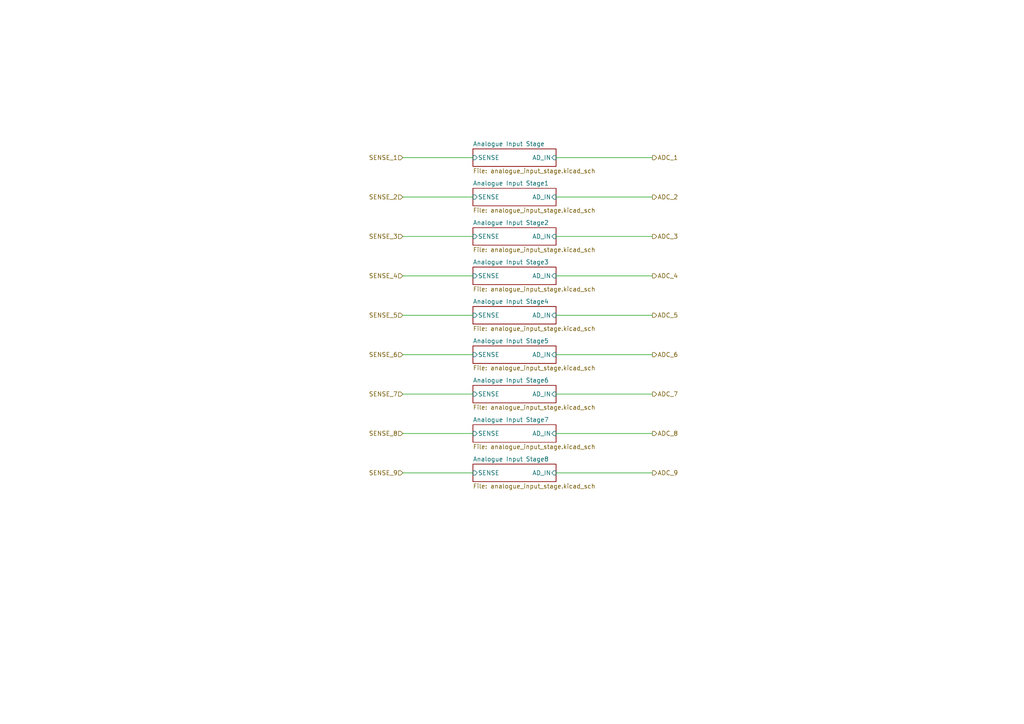
<source format=kicad_sch>
(kicad_sch
	(version 20250114)
	(generator "eeschema")
	(generator_version "9.0")
	(uuid "c0dc0bfb-779a-4568-be3c-537fd279384b")
	(paper "A4")
	(title_block
		(title "l8")
	)
	(lib_symbols)
	(wire
		(pts
			(xy 116.84 45.72) (xy 137.16 45.72)
		)
		(stroke
			(width 0)
			(type default)
		)
		(uuid "0373b9c8-5ccf-47a5-aa45-552c53495cf3")
	)
	(wire
		(pts
			(xy 161.29 125.73) (xy 189.23 125.73)
		)
		(stroke
			(width 0)
			(type default)
		)
		(uuid "09339867-167b-48d2-869e-c49aa84f29f8")
	)
	(wire
		(pts
			(xy 161.29 45.72) (xy 189.23 45.72)
		)
		(stroke
			(width 0)
			(type default)
		)
		(uuid "0f2d45ce-0e93-447e-a0b7-af9b96324c37")
	)
	(wire
		(pts
			(xy 161.29 137.16) (xy 189.23 137.16)
		)
		(stroke
			(width 0)
			(type default)
		)
		(uuid "1fb1bb6c-11d0-4fa3-8a18-3f12309ff4cb")
	)
	(wire
		(pts
			(xy 161.29 91.44) (xy 189.23 91.44)
		)
		(stroke
			(width 0)
			(type default)
		)
		(uuid "40f65d99-fd21-448a-8f12-dc493b2ffadf")
	)
	(wire
		(pts
			(xy 161.29 68.58) (xy 189.23 68.58)
		)
		(stroke
			(width 0)
			(type default)
		)
		(uuid "66863766-4f9f-42d0-b080-d8dd09de4ce3")
	)
	(wire
		(pts
			(xy 116.84 125.73) (xy 137.16 125.73)
		)
		(stroke
			(width 0)
			(type default)
		)
		(uuid "8daf4efb-41fb-42fd-a68b-548972a6878c")
	)
	(wire
		(pts
			(xy 161.29 102.87) (xy 189.23 102.87)
		)
		(stroke
			(width 0)
			(type default)
		)
		(uuid "8ee1ac94-9c03-4d07-bcf2-92fed8ae04a5")
	)
	(wire
		(pts
			(xy 116.84 114.3) (xy 137.16 114.3)
		)
		(stroke
			(width 0)
			(type default)
		)
		(uuid "978d0061-52aa-4901-b379-d72d174199a0")
	)
	(wire
		(pts
			(xy 161.29 80.01) (xy 189.23 80.01)
		)
		(stroke
			(width 0)
			(type default)
		)
		(uuid "9c28a040-c812-42d3-b67b-553088784bc0")
	)
	(wire
		(pts
			(xy 116.84 137.16) (xy 137.16 137.16)
		)
		(stroke
			(width 0)
			(type default)
		)
		(uuid "9fe0f292-0d7c-4897-93dd-97e11565123e")
	)
	(wire
		(pts
			(xy 116.84 80.01) (xy 137.16 80.01)
		)
		(stroke
			(width 0)
			(type default)
		)
		(uuid "a3d82225-6434-4a9a-bd36-ff8b213a154f")
	)
	(wire
		(pts
			(xy 116.84 91.44) (xy 137.16 91.44)
		)
		(stroke
			(width 0)
			(type default)
		)
		(uuid "c38a977b-01aa-4098-9917-f46473d41f82")
	)
	(wire
		(pts
			(xy 116.84 68.58) (xy 137.16 68.58)
		)
		(stroke
			(width 0)
			(type default)
		)
		(uuid "c620e1aa-3673-4de5-a6f0-b63f334b1a0a")
	)
	(wire
		(pts
			(xy 116.84 102.87) (xy 137.16 102.87)
		)
		(stroke
			(width 0)
			(type default)
		)
		(uuid "c8c829e6-8fc5-4af0-bdf9-8220bbc57f41")
	)
	(wire
		(pts
			(xy 161.29 114.3) (xy 189.23 114.3)
		)
		(stroke
			(width 0)
			(type default)
		)
		(uuid "d360a0ad-9aa0-4db6-96f5-941acf32f036")
	)
	(wire
		(pts
			(xy 116.84 57.15) (xy 137.16 57.15)
		)
		(stroke
			(width 0)
			(type default)
		)
		(uuid "de0f5dcb-181f-4859-a7e8-ad518da027fe")
	)
	(wire
		(pts
			(xy 161.29 57.15) (xy 189.23 57.15)
		)
		(stroke
			(width 0)
			(type default)
		)
		(uuid "ed6022bc-db0a-4487-bb16-dca38554d403")
	)
	(hierarchical_label "ADC_7"
		(shape output)
		(at 189.23 114.3 0)
		(effects
			(font
				(size 1.27 1.27)
			)
			(justify left)
		)
		(uuid "0d3c092a-52e9-4cf0-ade1-9f16f0f1cead")
	)
	(hierarchical_label "SENSE_1"
		(shape input)
		(at 116.84 45.72 180)
		(effects
			(font
				(size 1.27 1.27)
			)
			(justify right)
		)
		(uuid "13e1ca46-4dc1-4c54-9822-f07f5ee48f4d")
	)
	(hierarchical_label "SENSE_7"
		(shape input)
		(at 116.84 114.3 180)
		(effects
			(font
				(size 1.27 1.27)
			)
			(justify right)
		)
		(uuid "38e6b5e1-dcdd-4847-9a5f-743139314729")
	)
	(hierarchical_label "ADC_5"
		(shape output)
		(at 189.23 91.44 0)
		(effects
			(font
				(size 1.27 1.27)
			)
			(justify left)
		)
		(uuid "394f8cc9-5dfe-422f-b2c7-ef1f879f6a11")
	)
	(hierarchical_label "SENSE_8"
		(shape input)
		(at 116.84 125.73 180)
		(effects
			(font
				(size 1.27 1.27)
			)
			(justify right)
		)
		(uuid "468a5185-ebba-46f8-9bb7-05d571b9850e")
	)
	(hierarchical_label "SENSE_9"
		(shape input)
		(at 116.84 137.16 180)
		(effects
			(font
				(size 1.27 1.27)
			)
			(justify right)
		)
		(uuid "470a2867-abe1-48aa-bed2-a696fa0c9376")
	)
	(hierarchical_label "ADC_3"
		(shape output)
		(at 189.23 68.58 0)
		(effects
			(font
				(size 1.27 1.27)
			)
			(justify left)
		)
		(uuid "5b07e3d4-0047-4b4c-ad89-fb82fceea503")
	)
	(hierarchical_label "SENSE_3"
		(shape input)
		(at 116.84 68.58 180)
		(effects
			(font
				(size 1.27 1.27)
			)
			(justify right)
		)
		(uuid "68234165-f61a-4a1e-84c2-6a2693789991")
	)
	(hierarchical_label "ADC_9"
		(shape output)
		(at 189.23 137.16 0)
		(effects
			(font
				(size 1.27 1.27)
			)
			(justify left)
		)
		(uuid "8b76320e-1ee9-4675-9235-0c0f65fc6977")
	)
	(hierarchical_label "SENSE_4"
		(shape input)
		(at 116.84 80.01 180)
		(effects
			(font
				(size 1.27 1.27)
			)
			(justify right)
		)
		(uuid "948ce267-8bcb-41d0-920b-d1bfd7f8d267")
	)
	(hierarchical_label "ADC_2"
		(shape output)
		(at 189.23 57.15 0)
		(effects
			(font
				(size 1.27 1.27)
			)
			(justify left)
		)
		(uuid "94fc9e8b-6121-44c3-ae22-e041b9c95ee9")
	)
	(hierarchical_label "SENSE_5"
		(shape input)
		(at 116.84 91.44 180)
		(effects
			(font
				(size 1.27 1.27)
			)
			(justify right)
		)
		(uuid "abcd8c30-d7eb-4e23-b3af-12519c3d4106")
	)
	(hierarchical_label "ADC_6"
		(shape output)
		(at 189.23 102.87 0)
		(effects
			(font
				(size 1.27 1.27)
			)
			(justify left)
		)
		(uuid "b84484ca-9511-4a6d-b8c0-8fe5b6f02e67")
	)
	(hierarchical_label "ADC_1"
		(shape output)
		(at 189.23 45.72 0)
		(effects
			(font
				(size 1.27 1.27)
			)
			(justify left)
		)
		(uuid "c095fe57-1317-4bba-b124-e089cc916aee")
	)
	(hierarchical_label "SENSE_6"
		(shape input)
		(at 116.84 102.87 180)
		(effects
			(font
				(size 1.27 1.27)
			)
			(justify right)
		)
		(uuid "c86a1dab-d407-41a5-9381-f3267aed0437")
	)
	(hierarchical_label "SENSE_2"
		(shape input)
		(at 116.84 57.15 180)
		(effects
			(font
				(size 1.27 1.27)
			)
			(justify right)
		)
		(uuid "e9f94cb1-a143-4e13-990d-feedb248cdb4")
	)
	(hierarchical_label "ADC_8"
		(shape output)
		(at 189.23 125.73 0)
		(effects
			(font
				(size 1.27 1.27)
			)
			(justify left)
		)
		(uuid "edb6ea5d-acfa-49b8-a80f-86072936ba70")
	)
	(hierarchical_label "ADC_4"
		(shape output)
		(at 189.23 80.01 0)
		(effects
			(font
				(size 1.27 1.27)
			)
			(justify left)
		)
		(uuid "f35017ff-b64b-4ba3-b5e4-7913215c206b")
	)
	(sheet
		(at 137.16 66.04)
		(size 24.13 5.08)
		(exclude_from_sim no)
		(in_bom yes)
		(on_board yes)
		(dnp no)
		(fields_autoplaced yes)
		(stroke
			(width 0.1524)
			(type solid)
		)
		(fill
			(color 0 0 0 0.0000)
		)
		(uuid "16936357-08be-4dfb-9389-5ff776d9b4b6")
		(property "Sheetname" "Analogue Input Stage2"
			(at 137.16 65.3284 0)
			(effects
				(font
					(size 1.27 1.27)
				)
				(justify left bottom)
			)
		)
		(property "Sheetfile" "analogue_input_stage.kicad_sch"
			(at 137.16 71.7046 0)
			(effects
				(font
					(size 1.27 1.27)
				)
				(justify left top)
			)
		)
		(pin "AD_IN" input
			(at 161.29 68.58 0)
			(uuid "4ab4218b-ef11-4174-add4-614dd131cb9b")
			(effects
				(font
					(size 1.27 1.27)
				)
				(justify right)
			)
		)
		(pin "SENSE" input
			(at 137.16 68.58 180)
			(uuid "d3bbc50d-e55a-4649-be55-6cc2c7c87914")
			(effects
				(font
					(size 1.27 1.27)
				)
				(justify left)
			)
		)
		(instances
			(project "z9-pdm"
				(path "/b643db5c-578e-4b48-aafc-cc4190db582a/4bf3a54e-2413-4742-bb3c-6ced251716e8"
					(page "13")
				)
			)
		)
	)
	(sheet
		(at 137.16 54.61)
		(size 24.13 5.08)
		(exclude_from_sim no)
		(in_bom yes)
		(on_board yes)
		(dnp no)
		(fields_autoplaced yes)
		(stroke
			(width 0.1524)
			(type solid)
		)
		(fill
			(color 0 0 0 0.0000)
		)
		(uuid "2dd2e65c-6d2c-4efc-971f-df9732d92616")
		(property "Sheetname" "Analogue Input Stage1"
			(at 137.16 53.8984 0)
			(effects
				(font
					(size 1.27 1.27)
				)
				(justify left bottom)
			)
		)
		(property "Sheetfile" "analogue_input_stage.kicad_sch"
			(at 137.16 60.2746 0)
			(effects
				(font
					(size 1.27 1.27)
				)
				(justify left top)
			)
		)
		(pin "AD_IN" input
			(at 161.29 57.15 0)
			(uuid "e05cc68a-fdcb-43a6-862c-90a82e7fca4a")
			(effects
				(font
					(size 1.27 1.27)
				)
				(justify right)
			)
		)
		(pin "SENSE" input
			(at 137.16 57.15 180)
			(uuid "20fc4c57-1773-4449-8c4b-6fa5d969d25f")
			(effects
				(font
					(size 1.27 1.27)
				)
				(justify left)
			)
		)
		(instances
			(project "z9-pdm"
				(path "/b643db5c-578e-4b48-aafc-cc4190db582a/4bf3a54e-2413-4742-bb3c-6ced251716e8"
					(page "9")
				)
			)
		)
	)
	(sheet
		(at 137.16 77.47)
		(size 24.13 5.08)
		(exclude_from_sim no)
		(in_bom yes)
		(on_board yes)
		(dnp no)
		(fields_autoplaced yes)
		(stroke
			(width 0.1524)
			(type solid)
		)
		(fill
			(color 0 0 0 0.0000)
		)
		(uuid "475a8070-9854-42c4-a221-83799d98dc7a")
		(property "Sheetname" "Analogue Input Stage3"
			(at 137.16 76.7584 0)
			(effects
				(font
					(size 1.27 1.27)
				)
				(justify left bottom)
			)
		)
		(property "Sheetfile" "analogue_input_stage.kicad_sch"
			(at 137.16 83.1346 0)
			(effects
				(font
					(size 1.27 1.27)
				)
				(justify left top)
			)
		)
		(pin "AD_IN" input
			(at 161.29 80.01 0)
			(uuid "e908f6f5-5f69-40ef-9366-4244e88f35e4")
			(effects
				(font
					(size 1.27 1.27)
				)
				(justify right)
			)
		)
		(pin "SENSE" input
			(at 137.16 80.01 180)
			(uuid "089ebea8-c64a-4326-ac4c-c3692a408053")
			(effects
				(font
					(size 1.27 1.27)
				)
				(justify left)
			)
		)
		(instances
			(project "z9-pdm"
				(path "/b643db5c-578e-4b48-aafc-cc4190db582a/4bf3a54e-2413-4742-bb3c-6ced251716e8"
					(page "14")
				)
			)
		)
	)
	(sheet
		(at 137.16 111.76)
		(size 24.13 5.08)
		(exclude_from_sim no)
		(in_bom yes)
		(on_board yes)
		(dnp no)
		(fields_autoplaced yes)
		(stroke
			(width 0.1524)
			(type solid)
		)
		(fill
			(color 0 0 0 0.0000)
		)
		(uuid "6e105c8c-269d-44b6-bf84-4ea90c10d39b")
		(property "Sheetname" "Analogue Input Stage6"
			(at 137.16 111.0484 0)
			(effects
				(font
					(size 1.27 1.27)
				)
				(justify left bottom)
			)
		)
		(property "Sheetfile" "analogue_input_stage.kicad_sch"
			(at 137.16 117.4246 0)
			(effects
				(font
					(size 1.27 1.27)
				)
				(justify left top)
			)
		)
		(pin "AD_IN" input
			(at 161.29 114.3 0)
			(uuid "14e368b2-5016-4bb9-b6fc-b099bbca7119")
			(effects
				(font
					(size 1.27 1.27)
				)
				(justify right)
			)
		)
		(pin "SENSE" input
			(at 137.16 114.3 180)
			(uuid "80ade8fc-123d-4bee-8018-7daf57a132ba")
			(effects
				(font
					(size 1.27 1.27)
				)
				(justify left)
			)
		)
		(instances
			(project "z9-pdm"
				(path "/b643db5c-578e-4b48-aafc-cc4190db582a/4bf3a54e-2413-4742-bb3c-6ced251716e8"
					(page "17")
				)
			)
		)
	)
	(sheet
		(at 137.16 88.9)
		(size 24.13 5.08)
		(exclude_from_sim no)
		(in_bom yes)
		(on_board yes)
		(dnp no)
		(fields_autoplaced yes)
		(stroke
			(width 0.1524)
			(type solid)
		)
		(fill
			(color 0 0 0 0.0000)
		)
		(uuid "8e372482-0802-42be-8457-226c2d332a06")
		(property "Sheetname" "Analogue Input Stage4"
			(at 137.16 88.1884 0)
			(effects
				(font
					(size 1.27 1.27)
				)
				(justify left bottom)
			)
		)
		(property "Sheetfile" "analogue_input_stage.kicad_sch"
			(at 137.16 94.5646 0)
			(effects
				(font
					(size 1.27 1.27)
				)
				(justify left top)
			)
		)
		(pin "AD_IN" input
			(at 161.29 91.44 0)
			(uuid "c070e6e1-75c1-4d6b-b727-ba3ee90298d9")
			(effects
				(font
					(size 1.27 1.27)
				)
				(justify right)
			)
		)
		(pin "SENSE" input
			(at 137.16 91.44 180)
			(uuid "b9e2ca86-05ef-42fa-b0e7-f7c17ac11cb4")
			(effects
				(font
					(size 1.27 1.27)
				)
				(justify left)
			)
		)
		(instances
			(project "z9-pdm"
				(path "/b643db5c-578e-4b48-aafc-cc4190db582a/4bf3a54e-2413-4742-bb3c-6ced251716e8"
					(page "15")
				)
			)
		)
	)
	(sheet
		(at 137.16 134.62)
		(size 24.13 5.08)
		(exclude_from_sim no)
		(in_bom yes)
		(on_board yes)
		(dnp no)
		(fields_autoplaced yes)
		(stroke
			(width 0.1524)
			(type solid)
		)
		(fill
			(color 0 0 0 0.0000)
		)
		(uuid "9000048e-bda8-4ae5-91bd-14a70361a8ab")
		(property "Sheetname" "Analogue Input Stage8"
			(at 137.16 133.9084 0)
			(effects
				(font
					(size 1.27 1.27)
				)
				(justify left bottom)
			)
		)
		(property "Sheetfile" "analogue_input_stage.kicad_sch"
			(at 137.16 140.2846 0)
			(effects
				(font
					(size 1.27 1.27)
				)
				(justify left top)
			)
		)
		(pin "AD_IN" input
			(at 161.29 137.16 0)
			(uuid "2b1e5d80-b26d-4de9-84ad-84924b76bcf0")
			(effects
				(font
					(size 1.27 1.27)
				)
				(justify right)
			)
		)
		(pin "SENSE" input
			(at 137.16 137.16 180)
			(uuid "166c274c-39b6-47d1-b4ca-b086d17306e7")
			(effects
				(font
					(size 1.27 1.27)
				)
				(justify left)
			)
		)
		(instances
			(project "z9-pdm"
				(path "/b643db5c-578e-4b48-aafc-cc4190db582a/4bf3a54e-2413-4742-bb3c-6ced251716e8"
					(page "19")
				)
			)
		)
	)
	(sheet
		(at 137.16 123.19)
		(size 24.13 5.08)
		(exclude_from_sim no)
		(in_bom yes)
		(on_board yes)
		(dnp no)
		(fields_autoplaced yes)
		(stroke
			(width 0.1524)
			(type solid)
		)
		(fill
			(color 0 0 0 0.0000)
		)
		(uuid "9a14746b-34ec-4972-892b-737dff6e1e47")
		(property "Sheetname" "Analogue Input Stage7"
			(at 137.16 122.4784 0)
			(effects
				(font
					(size 1.27 1.27)
				)
				(justify left bottom)
			)
		)
		(property "Sheetfile" "analogue_input_stage.kicad_sch"
			(at 137.16 128.8546 0)
			(effects
				(font
					(size 1.27 1.27)
				)
				(justify left top)
			)
		)
		(pin "AD_IN" input
			(at 161.29 125.73 0)
			(uuid "51125242-7f8a-42f0-84fb-28b3a37d346c")
			(effects
				(font
					(size 1.27 1.27)
				)
				(justify right)
			)
		)
		(pin "SENSE" input
			(at 137.16 125.73 180)
			(uuid "1105958f-75c0-42f9-8748-982bedbf226e")
			(effects
				(font
					(size 1.27 1.27)
				)
				(justify left)
			)
		)
		(instances
			(project "z9-pdm"
				(path "/b643db5c-578e-4b48-aafc-cc4190db582a/4bf3a54e-2413-4742-bb3c-6ced251716e8"
					(page "18")
				)
			)
		)
	)
	(sheet
		(at 137.16 100.33)
		(size 24.13 5.08)
		(exclude_from_sim no)
		(in_bom yes)
		(on_board yes)
		(dnp no)
		(fields_autoplaced yes)
		(stroke
			(width 0.1524)
			(type solid)
		)
		(fill
			(color 0 0 0 0.0000)
		)
		(uuid "c655b86a-12db-4169-a137-df9f02825cf7")
		(property "Sheetname" "Analogue Input Stage5"
			(at 137.16 99.6184 0)
			(effects
				(font
					(size 1.27 1.27)
				)
				(justify left bottom)
			)
		)
		(property "Sheetfile" "analogue_input_stage.kicad_sch"
			(at 137.16 105.9946 0)
			(effects
				(font
					(size 1.27 1.27)
				)
				(justify left top)
			)
		)
		(pin "AD_IN" input
			(at 161.29 102.87 0)
			(uuid "0ad81d9c-afc0-47d1-b312-ab56039bcc82")
			(effects
				(font
					(size 1.27 1.27)
				)
				(justify right)
			)
		)
		(pin "SENSE" input
			(at 137.16 102.87 180)
			(uuid "2ecc0f8f-3411-44dd-95ef-3b0d762721db")
			(effects
				(font
					(size 1.27 1.27)
				)
				(justify left)
			)
		)
		(instances
			(project "z9-pdm"
				(path "/b643db5c-578e-4b48-aafc-cc4190db582a/4bf3a54e-2413-4742-bb3c-6ced251716e8"
					(page "16")
				)
			)
		)
	)
	(sheet
		(at 137.16 43.18)
		(size 24.13 5.08)
		(exclude_from_sim no)
		(in_bom yes)
		(on_board yes)
		(dnp no)
		(fields_autoplaced yes)
		(stroke
			(width 0.1524)
			(type solid)
		)
		(fill
			(color 0 0 0 0.0000)
		)
		(uuid "ca441d0e-e0e4-4e4e-8f25-3aa63f5e3572")
		(property "Sheetname" "Analogue Input Stage"
			(at 137.16 42.4684 0)
			(effects
				(font
					(size 1.27 1.27)
				)
				(justify left bottom)
			)
		)
		(property "Sheetfile" "analogue_input_stage.kicad_sch"
			(at 137.16 48.8446 0)
			(effects
				(font
					(size 1.27 1.27)
				)
				(justify left top)
			)
		)
		(pin "AD_IN" input
			(at 161.29 45.72 0)
			(uuid "5a610626-0e18-4e88-9ce8-36b6bdd2fc65")
			(effects
				(font
					(size 1.27 1.27)
				)
				(justify right)
			)
		)
		(pin "SENSE" input
			(at 137.16 45.72 180)
			(uuid "e631ee2a-6835-40c1-b485-4a40f758b096")
			(effects
				(font
					(size 1.27 1.27)
				)
				(justify left)
			)
		)
		(instances
			(project "z9-pdm"
				(path "/b643db5c-578e-4b48-aafc-cc4190db582a/4bf3a54e-2413-4742-bb3c-6ced251716e8"
					(page "12")
				)
			)
		)
	)
)

</source>
